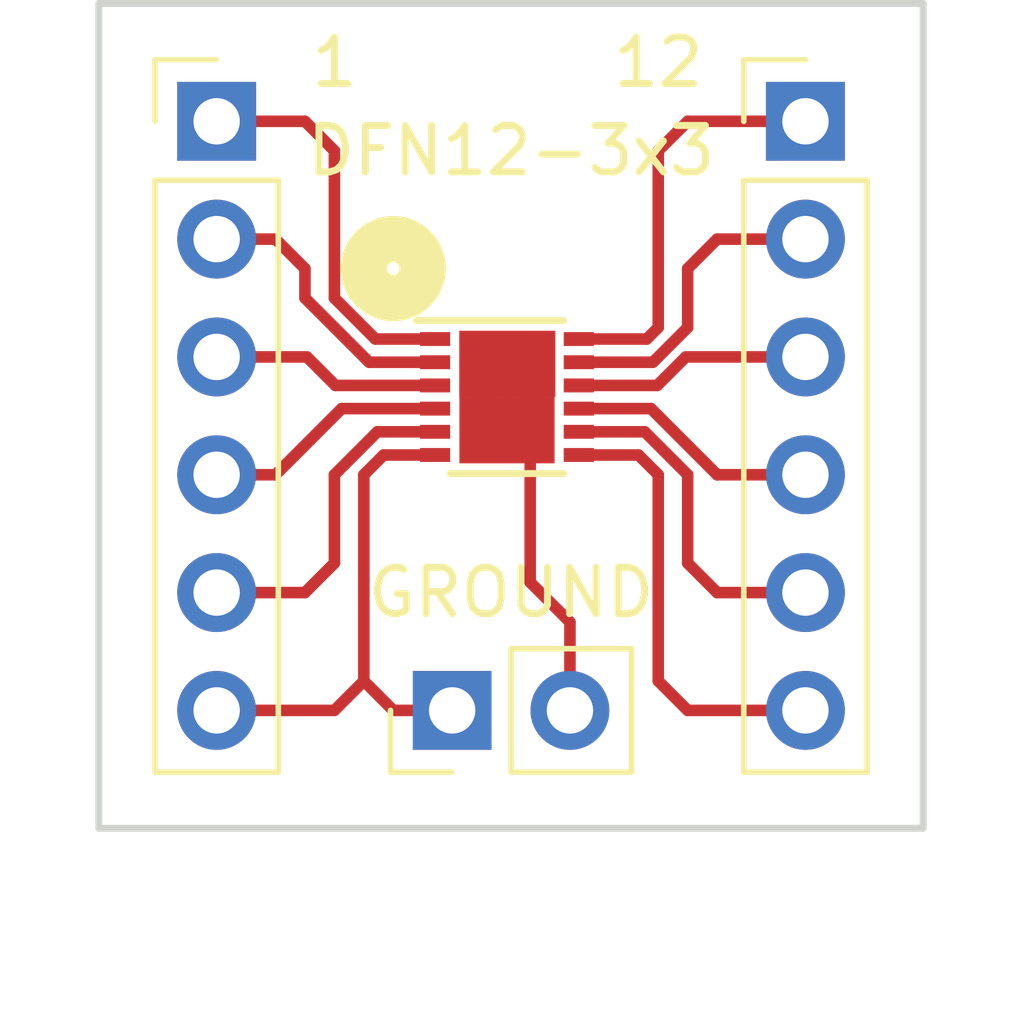
<source format=kicad_pcb>
(kicad_pcb (version 4) (host pcbnew 4.0.7)

  (general
    (links 13)
    (no_connects 0)
    (area 137.492381 95.755 159.68762 118.602858)
    (thickness 1.6)
    (drawings 17)
    (tracks 62)
    (zones 0)
    (modules 4)
    (nets 14)
  )

  (page A4)
  (layers
    (0 F.Cu signal)
    (31 B.Cu signal)
    (32 B.Adhes user)
    (33 F.Adhes user)
    (34 B.Paste user)
    (35 F.Paste user)
    (36 B.SilkS user)
    (37 F.SilkS user)
    (38 B.Mask user)
    (39 F.Mask user)
    (40 Dwgs.User user)
    (41 Cmts.User user)
    (42 Eco1.User user)
    (43 Eco2.User user)
    (44 Edge.Cuts user)
    (45 Margin user)
    (46 B.CrtYd user)
    (47 F.CrtYd user)
    (48 B.Fab user)
    (49 F.Fab user)
  )

  (setup
    (last_trace_width 0.25)
    (trace_clearance 0.2)
    (zone_clearance 0.508)
    (zone_45_only no)
    (trace_min 0.2)
    (segment_width 0.2)
    (edge_width 0.15)
    (via_size 0.6)
    (via_drill 0.4)
    (via_min_size 0.4)
    (via_min_drill 0.3)
    (uvia_size 0.3)
    (uvia_drill 0.1)
    (uvias_allowed no)
    (uvia_min_size 0.2)
    (uvia_min_drill 0.1)
    (pcb_text_width 0.3)
    (pcb_text_size 1.5 1.5)
    (mod_edge_width 0.15)
    (mod_text_size 1 1)
    (mod_text_width 0.15)
    (pad_size 1.524 1.524)
    (pad_drill 0.762)
    (pad_to_mask_clearance 0.2)
    (aux_axis_origin 0 0)
    (visible_elements FFFD7FFF)
    (pcbplotparams
      (layerselection 0x00030_80000001)
      (usegerberextensions false)
      (excludeedgelayer true)
      (linewidth 0.100000)
      (plotframeref false)
      (viasonmask false)
      (mode 1)
      (useauxorigin false)
      (hpglpennumber 1)
      (hpglpenspeed 20)
      (hpglpendiameter 15)
      (hpglpenoverlay 2)
      (psnegative false)
      (psa4output false)
      (plotreference true)
      (plotvalue true)
      (plotinvisibletext false)
      (padsonsilk false)
      (subtractmaskfromsilk false)
      (outputformat 1)
      (mirror false)
      (drillshape 1)
      (scaleselection 1)
      (outputdirectory ""))
  )

  (net 0 "")
  (net 1 "Net-(J1-Pad1)")
  (net 2 "Net-(J1-Pad2)")
  (net 3 "Net-(J1-Pad3)")
  (net 4 "Net-(J1-Pad4)")
  (net 5 "Net-(J1-Pad5)")
  (net 6 "Net-(J1-Pad6)")
  (net 7 "Net-(J2-Pad1)")
  (net 8 "Net-(J2-Pad2)")
  (net 9 "Net-(J2-Pad3)")
  (net 10 "Net-(J2-Pad4)")
  (net 11 "Net-(J2-Pad5)")
  (net 12 "Net-(J2-Pad6)")
  (net 13 "Net-(J3-Pad2)")

  (net_class Default "This is the default net class."
    (clearance 0.2)
    (trace_width 0.25)
    (via_dia 0.6)
    (via_drill 0.4)
    (uvia_dia 0.3)
    (uvia_drill 0.1)
    (add_net "Net-(J1-Pad1)")
    (add_net "Net-(J1-Pad2)")
    (add_net "Net-(J1-Pad3)")
    (add_net "Net-(J1-Pad4)")
    (add_net "Net-(J1-Pad5)")
    (add_net "Net-(J1-Pad6)")
    (add_net "Net-(J2-Pad1)")
    (add_net "Net-(J2-Pad2)")
    (add_net "Net-(J2-Pad3)")
    (add_net "Net-(J2-Pad4)")
    (add_net "Net-(J2-Pad5)")
    (add_net "Net-(J2-Pad6)")
    (add_net "Net-(J3-Pad2)")
  )

  (module Pin_Headers:Pin_Header_Straight_1x06_Pitch2.54mm (layer F.Cu) (tedit 5F7B4753) (tstamp 5F7B3E59)
    (at 154.94 99.06)
    (descr "Through hole straight pin header, 1x06, 2.54mm pitch, single row")
    (tags "Through hole pin header THT 1x06 2.54mm single row")
    (path /5F7B3C7E)
    (fp_text reference 12 (at -3.175 -1.27) (layer F.SilkS)
      (effects (font (size 1 1) (thickness 0.15)))
    )
    (fp_text value Conn_01x06 (at 0 15.24) (layer F.Fab)
      (effects (font (size 1 1) (thickness 0.15)))
    )
    (fp_line (start -0.635 -1.27) (end 1.27 -1.27) (layer F.Fab) (width 0.1))
    (fp_line (start 1.27 -1.27) (end 1.27 13.97) (layer F.Fab) (width 0.1))
    (fp_line (start 1.27 13.97) (end -1.27 13.97) (layer F.Fab) (width 0.1))
    (fp_line (start -1.27 13.97) (end -1.27 -0.635) (layer F.Fab) (width 0.1))
    (fp_line (start -1.27 -0.635) (end -0.635 -1.27) (layer F.Fab) (width 0.1))
    (fp_line (start -1.33 14.03) (end 1.33 14.03) (layer F.SilkS) (width 0.12))
    (fp_line (start -1.33 1.27) (end -1.33 14.03) (layer F.SilkS) (width 0.12))
    (fp_line (start 1.33 1.27) (end 1.33 14.03) (layer F.SilkS) (width 0.12))
    (fp_line (start -1.33 1.27) (end 1.33 1.27) (layer F.SilkS) (width 0.12))
    (fp_line (start -1.33 0) (end -1.33 -1.33) (layer F.SilkS) (width 0.12))
    (fp_line (start -1.33 -1.33) (end 0 -1.33) (layer F.SilkS) (width 0.12))
    (fp_line (start -1.8 -1.8) (end -1.8 14.5) (layer F.CrtYd) (width 0.05))
    (fp_line (start -1.8 14.5) (end 1.8 14.5) (layer F.CrtYd) (width 0.05))
    (fp_line (start 1.8 14.5) (end 1.8 -1.8) (layer F.CrtYd) (width 0.05))
    (fp_line (start 1.8 -1.8) (end -1.8 -1.8) (layer F.CrtYd) (width 0.05))
    (fp_text user %R (at 0 6.35 90) (layer F.Fab)
      (effects (font (size 1 1) (thickness 0.15)))
    )
    (pad 1 thru_hole rect (at 0 0) (size 1.7 1.7) (drill 1) (layers *.Cu *.Mask)
      (net 1 "Net-(J1-Pad1)"))
    (pad 2 thru_hole oval (at 0 2.54) (size 1.7 1.7) (drill 1) (layers *.Cu *.Mask)
      (net 2 "Net-(J1-Pad2)"))
    (pad 3 thru_hole oval (at 0 5.08) (size 1.7 1.7) (drill 1) (layers *.Cu *.Mask)
      (net 3 "Net-(J1-Pad3)"))
    (pad 4 thru_hole oval (at 0 7.62) (size 1.7 1.7) (drill 1) (layers *.Cu *.Mask)
      (net 4 "Net-(J1-Pad4)"))
    (pad 5 thru_hole oval (at 0 10.16) (size 1.7 1.7) (drill 1) (layers *.Cu *.Mask)
      (net 5 "Net-(J1-Pad5)"))
    (pad 6 thru_hole oval (at 0 12.7) (size 1.7 1.7) (drill 1) (layers *.Cu *.Mask)
      (net 6 "Net-(J1-Pad6)"))
    (model ${KISYS3DMOD}/Pin_Headers.3dshapes/Pin_Header_Straight_1x06_Pitch2.54mm.wrl
      (at (xyz 0 0 0))
      (scale (xyz 1 1 1))
      (rotate (xyz 0 0 0))
    )
  )

  (module Pin_Headers:Pin_Header_Straight_1x06_Pitch2.54mm (layer F.Cu) (tedit 5F7B467B) (tstamp 5F7B3E63)
    (at 142.24 99.06)
    (descr "Through hole straight pin header, 1x06, 2.54mm pitch, single row")
    (tags "Through hole pin header THT 1x06 2.54mm single row")
    (path /5F7B3D49)
    (fp_text reference 1 (at 2.54 -1.27) (layer F.SilkS)
      (effects (font (size 1 1) (thickness 0.15)))
    )
    (fp_text value Conn_01x06 (at 0 15.03) (layer F.Fab)
      (effects (font (size 1 1) (thickness 0.15)))
    )
    (fp_line (start -0.635 -1.27) (end 1.27 -1.27) (layer F.Fab) (width 0.1))
    (fp_line (start 1.27 -1.27) (end 1.27 13.97) (layer F.Fab) (width 0.1))
    (fp_line (start 1.27 13.97) (end -1.27 13.97) (layer F.Fab) (width 0.1))
    (fp_line (start -1.27 13.97) (end -1.27 -0.635) (layer F.Fab) (width 0.1))
    (fp_line (start -1.27 -0.635) (end -0.635 -1.27) (layer F.Fab) (width 0.1))
    (fp_line (start -1.33 14.03) (end 1.33 14.03) (layer F.SilkS) (width 0.12))
    (fp_line (start -1.33 1.27) (end -1.33 14.03) (layer F.SilkS) (width 0.12))
    (fp_line (start 1.33 1.27) (end 1.33 14.03) (layer F.SilkS) (width 0.12))
    (fp_line (start -1.33 1.27) (end 1.33 1.27) (layer F.SilkS) (width 0.12))
    (fp_line (start -1.33 0) (end -1.33 -1.33) (layer F.SilkS) (width 0.12))
    (fp_line (start -1.33 -1.33) (end 0 -1.33) (layer F.SilkS) (width 0.12))
    (fp_line (start -1.8 -1.8) (end -1.8 14.5) (layer F.CrtYd) (width 0.05))
    (fp_line (start -1.8 14.5) (end 1.8 14.5) (layer F.CrtYd) (width 0.05))
    (fp_line (start 1.8 14.5) (end 1.8 -1.8) (layer F.CrtYd) (width 0.05))
    (fp_line (start 1.8 -1.8) (end -1.8 -1.8) (layer F.CrtYd) (width 0.05))
    (fp_text user %R (at 0 6.35 90) (layer F.Fab)
      (effects (font (size 1 1) (thickness 0.15)))
    )
    (pad 1 thru_hole rect (at 0 0) (size 1.7 1.7) (drill 1) (layers *.Cu *.Mask)
      (net 7 "Net-(J2-Pad1)"))
    (pad 2 thru_hole oval (at 0 2.54) (size 1.7 1.7) (drill 1) (layers *.Cu *.Mask)
      (net 8 "Net-(J2-Pad2)"))
    (pad 3 thru_hole oval (at 0 5.08) (size 1.7 1.7) (drill 1) (layers *.Cu *.Mask)
      (net 9 "Net-(J2-Pad3)"))
    (pad 4 thru_hole oval (at 0 7.62) (size 1.7 1.7) (drill 1) (layers *.Cu *.Mask)
      (net 10 "Net-(J2-Pad4)"))
    (pad 5 thru_hole oval (at 0 10.16) (size 1.7 1.7) (drill 1) (layers *.Cu *.Mask)
      (net 11 "Net-(J2-Pad5)"))
    (pad 6 thru_hole oval (at 0 12.7) (size 1.7 1.7) (drill 1) (layers *.Cu *.Mask)
      (net 12 "Net-(J2-Pad6)"))
    (model ${KISYS3DMOD}/Pin_Headers.3dshapes/Pin_Header_Straight_1x06_Pitch2.54mm.wrl
      (at (xyz 0 0 0))
      (scale (xyz 1 1 1))
      (rotate (xyz 0 0 0))
    )
  )

  (module Housings_DFN_QFN:DFN-12-1EP_3x3mm_Pitch0.5mm (layer F.Cu) (tedit 5F7B475C) (tstamp 5F7B3E77)
    (at 148.501 105.004)
    (descr "10-Lead Plastic Dual Flat, No Lead Package (MF) - 3x3x0.9 mm Body [DFN] (see Microchip Packaging Specification 00000049BS.pdf)")
    (tags "DFN 0.5")
    (path /5F7B3C35)
    (attr smd)
    (fp_text reference DFN12-3x3 (at 0.089 -5.309) (layer F.SilkS)
      (effects (font (size 1 1) (thickness 0.15)))
    )
    (fp_text value DS28S60 (at 0.0889 5.4864) (layer F.Fab)
      (effects (font (size 1 1) (thickness 0.15)))
    )
    (fp_text user %R (at 0 0) (layer F.Fab)
      (effects (font (size 0.7 0.7) (thickness 0.105)))
    )
    (fp_line (start -0.5 -1.5) (end 1.5 -1.5) (layer F.Fab) (width 0.15))
    (fp_line (start 1.5 -1.5) (end 1.5 1.5) (layer F.Fab) (width 0.15))
    (fp_line (start 1.5 1.5) (end -1.5 1.5) (layer F.Fab) (width 0.15))
    (fp_line (start -1.5 1.5) (end -1.5 -0.5) (layer F.Fab) (width 0.15))
    (fp_line (start -1.5 -0.5) (end -0.5 -1.5) (layer F.Fab) (width 0.15))
    (fp_line (start -2.15 -1.8) (end -2.15 1.8) (layer F.CrtYd) (width 0.05))
    (fp_line (start 2.15 -1.8) (end 2.15 1.8) (layer F.CrtYd) (width 0.05))
    (fp_line (start -2.15 -1.8) (end 2.15 -1.8) (layer F.CrtYd) (width 0.05))
    (fp_line (start -2.15 1.8) (end 2.15 1.8) (layer F.CrtYd) (width 0.05))
    (fp_line (start -1.225 1.65) (end 1.225 1.65) (layer F.SilkS) (width 0.15))
    (fp_line (start -1.95 -1.65) (end 1.225 -1.65) (layer F.SilkS) (width 0.15))
    (pad 1 smd rect (at -1.55 -1.25) (size 0.65 0.3) (layers F.Cu F.Paste F.Mask)
      (net 7 "Net-(J2-Pad1)"))
    (pad 2 smd rect (at -1.55 -0.75) (size 0.65 0.3) (layers F.Cu F.Paste F.Mask)
      (net 8 "Net-(J2-Pad2)"))
    (pad 3 smd rect (at -1.55 -0.25) (size 0.65 0.3) (layers F.Cu F.Paste F.Mask)
      (net 9 "Net-(J2-Pad3)"))
    (pad 4 smd rect (at -1.55 0.25) (size 0.65 0.3) (layers F.Cu F.Paste F.Mask)
      (net 10 "Net-(J2-Pad4)"))
    (pad 5 smd rect (at -1.55 0.75) (size 0.65 0.3) (layers F.Cu F.Paste F.Mask)
      (net 11 "Net-(J2-Pad5)"))
    (pad 8 smd rect (at 1.55 0.75) (size 0.65 0.3) (layers F.Cu F.Paste F.Mask))
    (pad 9 smd rect (at 1.55 0.25) (size 0.65 0.3) (layers F.Cu F.Paste F.Mask))
    (pad 10 smd rect (at 1.55 -0.25) (size 0.65 0.3) (layers F.Cu F.Paste F.Mask))
    (pad 11 smd rect (at 1.55 -0.75) (size 0.65 0.3) (layers F.Cu F.Paste F.Mask))
    (pad 12 smd rect (at 1.55 -1.25) (size 0.65 0.3) (layers F.Cu F.Paste F.Mask)
      (net 1 "Net-(J1-Pad1)"))
    (pad 13 smd rect (at 0.5025 0.715) (size 1.05 1.43) (layers F.Cu F.Paste F.Mask)
      (net 13 "Net-(J3-Pad2)") (solder_paste_margin_ratio -0.2))
    (pad 13 smd rect (at 0.5205 -0.715) (size 1.05 1.43) (layers F.Cu F.Paste F.Mask)
      (net 13 "Net-(J3-Pad2)") (solder_paste_margin_ratio -0.2))
    (pad 13 smd rect (at -0.5 0.715) (size 1.05 1.43) (layers F.Cu F.Paste F.Mask)
      (net 13 "Net-(J3-Pad2)") (solder_paste_margin_ratio -0.2))
    (pad 13 smd rect (at -0.5025 -0.715) (size 1.05 1.43) (layers F.Cu F.Paste F.Mask)
      (net 13 "Net-(J3-Pad2)") (solder_paste_margin_ratio -0.2))
    (pad 6 smd rect (at -1.55 1.25) (size 0.65 0.3) (layers F.Cu F.Paste F.Mask)
      (net 12 "Net-(J2-Pad6)"))
    (pad 7 smd rect (at 1.55 1.25) (size 0.65 0.3) (layers F.Cu F.Paste F.Mask)
      (net 6 "Net-(J1-Pad6)"))
    (model ${KISYS3DMOD}/Housings_DFN_QFN.3dshapes/DFN-12-1EP_3x3mm_Pitch0.5mm.wrl
      (at (xyz 0 0.0098425197 0))
      (scale (xyz 1 1 1))
      (rotate (xyz 0 0 0))
    )
  )

  (module Pin_Headers:Pin_Header_Straight_1x02_Pitch2.54mm (layer F.Cu) (tedit 5F7B4748) (tstamp 5F7B457B)
    (at 147.32 111.76 90)
    (descr "Through hole straight pin header, 1x02, 2.54mm pitch, single row")
    (tags "Through hole pin header THT 1x02 2.54mm single row")
    (path /5F7B4546)
    (fp_text reference GROUND (at 2.54 1.27 180) (layer F.SilkS)
      (effects (font (size 1 1) (thickness 0.15)))
    )
    (fp_text value Conn_01x02_Male (at 0 4.87 90) (layer F.Fab)
      (effects (font (size 1 1) (thickness 0.15)))
    )
    (fp_line (start -0.635 -1.27) (end 1.27 -1.27) (layer F.Fab) (width 0.1))
    (fp_line (start 1.27 -1.27) (end 1.27 3.81) (layer F.Fab) (width 0.1))
    (fp_line (start 1.27 3.81) (end -1.27 3.81) (layer F.Fab) (width 0.1))
    (fp_line (start -1.27 3.81) (end -1.27 -0.635) (layer F.Fab) (width 0.1))
    (fp_line (start -1.27 -0.635) (end -0.635 -1.27) (layer F.Fab) (width 0.1))
    (fp_line (start -1.33 3.87) (end 1.33 3.87) (layer F.SilkS) (width 0.12))
    (fp_line (start -1.33 1.27) (end -1.33 3.87) (layer F.SilkS) (width 0.12))
    (fp_line (start 1.33 1.27) (end 1.33 3.87) (layer F.SilkS) (width 0.12))
    (fp_line (start -1.33 1.27) (end 1.33 1.27) (layer F.SilkS) (width 0.12))
    (fp_line (start -1.33 0) (end -1.33 -1.33) (layer F.SilkS) (width 0.12))
    (fp_line (start -1.33 -1.33) (end 0 -1.33) (layer F.SilkS) (width 0.12))
    (fp_line (start -1.8 -1.8) (end -1.8 4.35) (layer F.CrtYd) (width 0.05))
    (fp_line (start -1.8 4.35) (end 1.8 4.35) (layer F.CrtYd) (width 0.05))
    (fp_line (start 1.8 4.35) (end 1.8 -1.8) (layer F.CrtYd) (width 0.05))
    (fp_line (start 1.8 -1.8) (end -1.8 -1.8) (layer F.CrtYd) (width 0.05))
    (fp_text user %R (at 0 1.27 180) (layer F.Fab)
      (effects (font (size 1 1) (thickness 0.15)))
    )
    (pad 1 thru_hole rect (at 0 0 90) (size 1.7 1.7) (drill 1) (layers *.Cu *.Mask)
      (net 12 "Net-(J2-Pad6)"))
    (pad 2 thru_hole oval (at 0 2.54 90) (size 1.7 1.7) (drill 1) (layers *.Cu *.Mask)
      (net 13 "Net-(J3-Pad2)"))
    (model ${KISYS3DMOD}/Pin_Headers.3dshapes/Pin_Header_Straight_1x02_Pitch2.54mm.wrl
      (at (xyz 0 0 0))
      (scale (xyz 1 1 1))
      (rotate (xyz 0 0 0))
    )
  )

  (gr_line (start 151.384 106.299) (end 150.114 106.299) (angle 90) (layer F.Mask) (width 0.2) (tstamp 5F7B49F1))
  (gr_line (start 151.384 105.791) (end 150.114 105.791) (angle 90) (layer F.Mask) (width 0.2) (tstamp 5F7B49EF))
  (gr_line (start 151.384 105.283) (end 150.114 105.283) (angle 90) (layer F.Mask) (width 0.2) (tstamp 5F7B49ED))
  (gr_line (start 151.384 104.775) (end 150.114 104.775) (angle 90) (layer F.Mask) (width 0.2) (tstamp 5F7B49EA))
  (gr_line (start 151.384 104.267) (end 150.114 104.267) (angle 90) (layer F.Mask) (width 0.2) (tstamp 5F7B49E3))
  (gr_line (start 151.384 103.759) (end 150.114 103.759) (angle 90) (layer F.Mask) (width 0.2) (tstamp 5F7B49CF))
  (gr_line (start 146.939 106.299) (end 145.669 106.299) (angle 90) (layer F.Mask) (width 0.2) (tstamp 5F7B48E5))
  (gr_line (start 146.939 105.791) (end 145.669 105.791) (angle 90) (layer F.Mask) (width 0.2) (tstamp 5F7B48DF))
  (gr_line (start 146.939 105.283) (end 145.669 105.283) (angle 90) (layer F.Mask) (width 0.2) (tstamp 5F7B48C0))
  (gr_line (start 146.939 104.775) (end 145.669 104.775) (angle 90) (layer F.Mask) (width 0.2) (tstamp 5F7B48B5))
  (gr_line (start 146.939 104.267) (end 145.669 104.267) (angle 90) (layer F.Mask) (width 0.2) (tstamp 5F7B48AD))
  (gr_line (start 146.939 103.759) (end 145.669 103.759) (angle 90) (layer F.Mask) (width 0.2))
  (gr_circle (center 146.05 102.235) (end 146.05 102.87) (layer F.SilkS) (width 1))
  (gr_line (start 139.7 114.3) (end 139.7 96.52) (angle 90) (layer Edge.Cuts) (width 0.15))
  (gr_line (start 157.48 114.3) (end 139.7 114.3) (angle 90) (layer Edge.Cuts) (width 0.15))
  (gr_line (start 157.48 96.52) (end 157.48 114.3) (angle 90) (layer Edge.Cuts) (width 0.15))
  (gr_line (start 139.7 96.52) (end 157.48 96.52) (angle 90) (layer Edge.Cuts) (width 0.15))

  (segment (start 150.051 103.754) (end 151.516 103.754) (width 0.25) (layer F.Cu) (net 1))
  (segment (start 152.4 99.06) (end 154.94 99.06) (width 0.25) (layer F.Cu) (net 1) (tstamp 5F7B43AB))
  (segment (start 151.765 99.695) (end 152.4 99.06) (width 0.25) (layer F.Cu) (net 1) (tstamp 5F7B43A9))
  (segment (start 151.765 103.505) (end 151.765 99.695) (width 0.25) (layer F.Cu) (net 1) (tstamp 5F7B43A6))
  (segment (start 151.516 103.754) (end 151.765 103.505) (width 0.25) (layer F.Cu) (net 1) (tstamp 5F7B43A3))
  (segment (start 150.051 104.254) (end 151.651 104.254) (width 0.25) (layer F.Cu) (net 2))
  (segment (start 153.035 101.6) (end 154.94 101.6) (width 0.25) (layer F.Cu) (net 2) (tstamp 5F7B436F))
  (segment (start 152.4 102.235) (end 153.035 101.6) (width 0.25) (layer F.Cu) (net 2) (tstamp 5F7B436D))
  (segment (start 152.4 103.505) (end 152.4 102.235) (width 0.25) (layer F.Cu) (net 2) (tstamp 5F7B436C))
  (segment (start 151.651 104.254) (end 152.4 103.505) (width 0.25) (layer F.Cu) (net 2) (tstamp 5F7B4364))
  (segment (start 150.051 104.754) (end 151.744 104.754) (width 0.25) (layer F.Cu) (net 3))
  (segment (start 152.358 104.14) (end 154.94 104.14) (width 0.25) (layer F.Cu) (net 3) (tstamp 5F7B4361))
  (segment (start 151.744 104.754) (end 152.358 104.14) (width 0.25) (layer F.Cu) (net 3) (tstamp 5F7B4360))
  (segment (start 150.051 105.254) (end 151.609 105.254) (width 0.25) (layer F.Cu) (net 4))
  (segment (start 153.035 106.68) (end 154.94 106.68) (width 0.25) (layer F.Cu) (net 4) (tstamp 5F7B435B))
  (segment (start 151.609 105.254) (end 153.035 106.68) (width 0.25) (layer F.Cu) (net 4) (tstamp 5F7B4358))
  (segment (start 150.051 105.754) (end 151.474 105.754) (width 0.25) (layer F.Cu) (net 5))
  (segment (start 153.035 109.22) (end 154.94 109.22) (width 0.25) (layer F.Cu) (net 5) (tstamp 5F7B4355))
  (segment (start 152.4 108.585) (end 153.035 109.22) (width 0.25) (layer F.Cu) (net 5) (tstamp 5F7B4352))
  (segment (start 152.4 106.68) (end 152.4 108.585) (width 0.25) (layer F.Cu) (net 5) (tstamp 5F7B4351))
  (segment (start 151.474 105.754) (end 152.4 106.68) (width 0.25) (layer F.Cu) (net 5) (tstamp 5F7B434D))
  (segment (start 150.051 106.254) (end 151.339 106.254) (width 0.25) (layer F.Cu) (net 6))
  (segment (start 152.4 111.76) (end 154.94 111.76) (width 0.25) (layer F.Cu) (net 6) (tstamp 5F7B4349))
  (segment (start 151.765 111.125) (end 152.4 111.76) (width 0.25) (layer F.Cu) (net 6) (tstamp 5F7B4348))
  (segment (start 151.765 106.68) (end 151.765 111.125) (width 0.25) (layer F.Cu) (net 6) (tstamp 5F7B4343))
  (segment (start 151.339 106.254) (end 151.765 106.68) (width 0.25) (layer F.Cu) (net 6) (tstamp 5F7B433F))
  (segment (start 146.951 103.754) (end 145.664 103.754) (width 0.25) (layer F.Cu) (net 7))
  (segment (start 144.145 99.06) (end 142.24 99.06) (width 0.25) (layer F.Cu) (net 7) (tstamp 5F7B43A0))
  (segment (start 144.78 99.695) (end 144.145 99.06) (width 0.25) (layer F.Cu) (net 7) (tstamp 5F7B439F))
  (segment (start 144.78 102.87) (end 144.78 99.695) (width 0.25) (layer F.Cu) (net 7) (tstamp 5F7B439E))
  (segment (start 145.664 103.754) (end 144.78 102.87) (width 0.25) (layer F.Cu) (net 7) (tstamp 5F7B439B))
  (segment (start 146.951 104.254) (end 145.529 104.254) (width 0.25) (layer F.Cu) (net 8))
  (segment (start 143.51 101.6) (end 142.24 101.6) (width 0.25) (layer F.Cu) (net 8) (tstamp 5F7B43BC))
  (segment (start 144.145 102.235) (end 143.51 101.6) (width 0.25) (layer F.Cu) (net 8) (tstamp 5F7B43BA))
  (segment (start 144.145 102.87) (end 144.145 102.235) (width 0.25) (layer F.Cu) (net 8) (tstamp 5F7B43B9))
  (segment (start 145.529 104.254) (end 144.145 102.87) (width 0.25) (layer F.Cu) (net 8) (tstamp 5F7B43B4))
  (segment (start 146.951 104.754) (end 144.801 104.754) (width 0.25) (layer F.Cu) (net 9))
  (segment (start 144.187 104.14) (end 142.24 104.14) (width 0.25) (layer F.Cu) (net 9) (tstamp 5F7B43C1))
  (segment (start 144.801 104.754) (end 144.187 104.14) (width 0.25) (layer F.Cu) (net 9) (tstamp 5F7B43C0))
  (segment (start 146.951 105.254) (end 144.936 105.254) (width 0.25) (layer F.Cu) (net 10))
  (segment (start 143.51 106.68) (end 142.24 106.68) (width 0.25) (layer F.Cu) (net 10) (tstamp 5F7B43C7))
  (segment (start 144.936 105.254) (end 143.51 106.68) (width 0.25) (layer F.Cu) (net 10) (tstamp 5F7B43C6))
  (segment (start 146.951 105.754) (end 145.706 105.754) (width 0.25) (layer F.Cu) (net 11))
  (segment (start 144.145 109.22) (end 142.24 109.22) (width 0.25) (layer F.Cu) (net 11) (tstamp 5F7B43D1))
  (segment (start 144.78 108.585) (end 144.145 109.22) (width 0.25) (layer F.Cu) (net 11) (tstamp 5F7B43D0))
  (segment (start 144.78 106.68) (end 144.78 108.585) (width 0.25) (layer F.Cu) (net 11) (tstamp 5F7B43CD))
  (segment (start 145.706 105.754) (end 144.78 106.68) (width 0.25) (layer F.Cu) (net 11) (tstamp 5F7B43CB))
  (segment (start 145.415 111.125) (end 146.05 111.76) (width 0.25) (layer F.Cu) (net 12))
  (segment (start 146.05 111.76) (end 147.32 111.76) (width 0.25) (layer F.Cu) (net 12) (tstamp 5F7B45A6))
  (segment (start 146.951 106.254) (end 145.841 106.254) (width 0.25) (layer F.Cu) (net 12))
  (segment (start 144.78 111.76) (end 142.24 111.76) (width 0.25) (layer F.Cu) (net 12) (tstamp 5F7B4302))
  (segment (start 145.415 111.125) (end 144.78 111.76) (width 0.25) (layer F.Cu) (net 12) (tstamp 5F7B4300))
  (segment (start 145.415 106.68) (end 145.415 111.125) (width 0.25) (layer F.Cu) (net 12) (tstamp 5F7B42FB))
  (segment (start 145.841 106.254) (end 145.415 106.68) (width 0.25) (layer F.Cu) (net 12) (tstamp 5F7B42F6))
  (segment (start 149.0035 105.719) (end 149.0035 108.9985) (width 0.25) (layer F.Cu) (net 13))
  (segment (start 149.86 109.855) (end 149.86 111.76) (width 0.25) (layer F.Cu) (net 13) (tstamp 5F7B45AF))
  (segment (start 149.0035 108.9985) (end 149.86 109.855) (width 0.25) (layer F.Cu) (net 13) (tstamp 5F7B45AE))
  (segment (start 147.9985 104.289) (end 149.0215 104.289) (width 0.25) (layer F.Cu) (net 13))
  (segment (start 147.9985 104.289) (end 147.9985 105.7165) (width 0.25) (layer F.Cu) (net 13))
  (segment (start 147.9985 105.7165) (end 148.001 105.719) (width 0.25) (layer F.Cu) (net 13) (tstamp 5F7B4328))
  (segment (start 149.0215 104.289) (end 149.0215 105.701) (width 0.25) (layer F.Cu) (net 13))
  (segment (start 149.0215 105.701) (end 149.0035 105.719) (width 0.25) (layer F.Cu) (net 13) (tstamp 5F7B4325))

)

</source>
